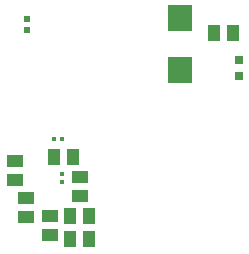
<source format=gbr>
%TF.GenerationSoftware,KiCad,Pcbnew,9.0.6*%
%TF.CreationDate,2025-12-07T19:18:26-08:00*%
%TF.ProjectId,redstone_comparator,72656473-746f-46e6-955f-636f6d706172,rev?*%
%TF.SameCoordinates,Original*%
%TF.FileFunction,Paste,Bot*%
%TF.FilePolarity,Positive*%
%FSLAX46Y46*%
G04 Gerber Fmt 4.6, Leading zero omitted, Abs format (unit mm)*
G04 Created by KiCad (PCBNEW 9.0.6) date 2025-12-07 19:18:26*
%MOMM*%
%LPD*%
G01*
G04 APERTURE LIST*
%ADD10R,1.470000X1.020000*%
%ADD11R,0.620000X0.600000*%
%ADD12R,0.460000X0.420000*%
%ADD13R,1.020000X1.470000*%
%ADD14R,2.150000X2.200000*%
%ADD15R,0.700000X0.650000*%
%ADD16R,0.420000X0.460000*%
G04 APERTURE END LIST*
D10*
%TO.C,C2*%
X131500000Y-51400000D03*
X131500000Y-53000000D03*
%TD*%
%TO.C,C2*%
X137000000Y-52700000D03*
X137000000Y-54300000D03*
%TD*%
D11*
%TO.C,C1*%
X132580000Y-40280000D03*
X132580000Y-39360000D03*
%TD*%
D10*
%TO.C,C2*%
X134500000Y-57600000D03*
X134500000Y-56000000D03*
%TD*%
D12*
%TO.C,C9*%
X134840000Y-49500000D03*
X135500000Y-49500000D03*
%TD*%
D13*
%TO.C,C3*%
X148400000Y-40500000D03*
X150000000Y-40500000D03*
%TD*%
D14*
%TO.C,D19*%
X145500000Y-43700000D03*
X145500000Y-39300000D03*
%TD*%
D10*
%TO.C,C2*%
X132500000Y-56100000D03*
X132500000Y-54500000D03*
%TD*%
D13*
%TO.C,C10*%
X134810000Y-51000000D03*
X136410000Y-51000000D03*
%TD*%
%TO.C,C10*%
X136200000Y-58000000D03*
X137800000Y-58000000D03*
%TD*%
%TO.C,C2*%
X137800000Y-56000000D03*
X136200000Y-56000000D03*
%TD*%
D15*
%TO.C,C4*%
X150500000Y-42825000D03*
X150500000Y-44175000D03*
%TD*%
D16*
%TO.C,C11*%
X135500000Y-52500000D03*
X135500000Y-53160000D03*
%TD*%
M02*

</source>
